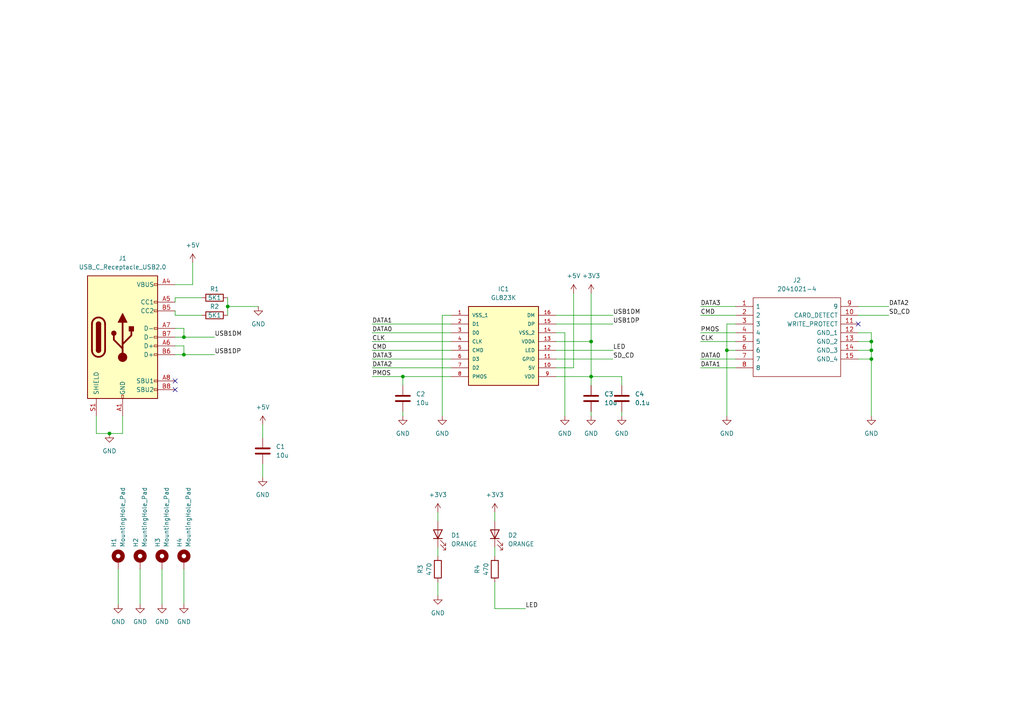
<source format=kicad_sch>
(kicad_sch (version 20211123) (generator eeschema)
  (paper "A4")
  (lib_symbols
    (symbol "Connector:USB_C_Receptacle_USB2.0" (pin_names (offset 1.016))
      (property "Reference" "J" (at -10.16 19.05 0))
      (property "Value" "USB_C_Receptacle_USB2.0" (at 19.05 19.05 0))
      (symbol "USB_C_Receptacle_USB2.0_0_0"
        (rectangle (start -0.254 -17.78) (end 0.254 -16.764))
        (rectangle (start 10.16 -14.986) (end 9.144 -15.494))
        (rectangle (start 10.16 -12.446) (end 9.144 -12.954))
        (rectangle (start 10.16 -4.826) (end 9.144 -5.334))
        (rectangle (start 10.16 -2.286) (end 9.144 -2.794))
        (rectangle (start 10.16 0.254) (end 9.144 -0.254))
        (rectangle (start 10.16 2.794) (end 9.144 2.286))
        (rectangle (start 10.16 7.874) (end 9.144 7.366))
        (rectangle (start 10.16 10.414) (end 9.144 9.906))
        (rectangle (start 10.16 15.494) (end 9.144 14.986))
      )
      (symbol "USB_C_Receptacle_USB2.0_0_1"
        (rectangle (start -10.16 17.78) (end 10.16 -17.78) (stroke (width 0.254)) (fill (type background)))
        (arc (start -8.89 -3.81) (mid -6.985 -5.715) (end -5.08 -3.81) (stroke (width 0.508)))
        (arc (start -7.62 -3.81) (mid -6.985 -4.445) (end -6.35 -3.81) (stroke (width 0.254)))
        (arc (start -7.62 -3.81) (mid -6.985 -4.445) (end -6.35 -3.81) (stroke (width 0.254)) (fill (type outline)))
        (rectangle (start -7.62 -3.81) (end -6.35 3.81) (stroke (width 0.254)) (fill (type outline)))
        (arc (start -6.35 3.81) (mid -6.985 4.445) (end -7.62 3.81) (stroke (width 0.254)))
        (arc (start -6.35 3.81) (mid -6.985 4.445) (end -7.62 3.81) (stroke (width 0.254)) (fill (type outline)))
        (arc (start -5.08 3.81) (mid -6.985 5.715) (end -8.89 3.81) (stroke (width 0.508)))
        (circle (center -2.54 1.143) (radius 0.635) (stroke (width 0.254)) (fill (type outline)))
        (circle (center 0 -5.842) (radius 1.27) (fill (type outline)))
        (polyline (pts (xy -8.89 -3.81) (xy -8.89 3.81)) (stroke (width 0.508)))
        (polyline (pts (xy -5.08 3.81) (xy -5.08 -3.81)) (stroke (width 0.508)))
        (polyline (pts (xy 0 -5.842) (xy 0 4.318)) (stroke (width 0.508)))
        (polyline (pts (xy 0 -3.302) (xy -2.54 -0.762) (xy -2.54 0.508)) (stroke (width 0.508)))
        (polyline (pts (xy 0 -2.032) (xy 2.54 0.508) (xy 2.54 1.778)) (stroke (width 0.508)))
        (polyline (pts (xy -1.27 4.318) (xy 0 6.858) (xy 1.27 4.318) (xy -1.27 4.318)) (stroke (width 0.254)) (fill (type outline)))
        (rectangle (start 1.905 1.778) (end 3.175 3.048) (stroke (width 0.254)) (fill (type outline)))
      )
      (symbol "USB_C_Receptacle_USB2.0_1_1"
        (pin passive line (at 0 -22.86 90) (length 5.08) (name "GND") (number "A1"))
        (pin passive line (at 0 -22.86 90) (length 5.08) hide (name "GND") (number "A12"))
        (pin passive line (at 15.24 15.24 180) (length 5.08) (name "VBUS") (number "A4"))
        (pin bidirectional line (at 15.24 10.16 180) (length 5.08) (name "CC1") (number "A5"))
        (pin bidirectional line (at 15.24 -2.54 180) (length 5.08) (name "D+") (number "A6"))
        (pin bidirectional line (at 15.24 2.54 180) (length 5.08) (name "D-") (number "A7"))
        (pin bidirectional line (at 15.24 -12.7 180) (length 5.08) (name "SBU1") (number "A8"))
        (pin passive line (at 15.24 15.24 180) (length 5.08) hide (name "VBUS") (number "A9"))
        (pin passive line (at 0 -22.86 90) (length 5.08) hide (name "GND") (number "B1"))
        (pin passive line (at 0 -22.86 90) (length 5.08) hide (name "GND") (number "B12"))
        (pin passive line (at 15.24 15.24 180) (length 5.08) hide (name "VBUS") (number "B4"))
        (pin bidirectional line (at 15.24 7.62 180) (length 5.08) (name "CC2") (number "B5"))
        (pin bidirectional line (at 15.24 -5.08 180) (length 5.08) (name "D+") (number "B6"))
        (pin bidirectional line (at 15.24 0 180) (length 5.08) (name "D-") (number "B7"))
        (pin bidirectional line (at 15.24 -15.24 180) (length 5.08) (name "SBU2") (number "B8"))
        (pin passive line (at 15.24 15.24 180) (length 5.08) hide (name "VBUS") (number "B9"))
        (pin passive line (at -7.62 -22.86 90) (length 5.08) (name "SHIELD") (number "S1"))
      )
    )
    (symbol "Device:C" (pin_numbers hide) (pin_names (offset 0.254))
      (property "Reference" "C" (at 0.635 2.54 0))
      (property "Value" "C" (at 0.635 -2.54 0))
      (symbol "C_0_1"
        (polyline (pts (xy -2.032 -0.762) (xy 2.032 -0.762)) (stroke (width 0.508)))
        (polyline (pts (xy -2.032 0.762) (xy 2.032 0.762)) (stroke (width 0.508)))
      )
      (symbol "C_1_1"
        (pin passive line (at 0 3.81 270) (length 2.794) (name "~") (number "1"))
        (pin passive line (at 0 -3.81 90) (length 2.794) (name "~") (number "2"))
      )
    )
    (symbol "Device:LED" (pin_numbers hide) (pin_names (offset 1.016) hide)
      (property "Reference" "D" (at 0 2.54 0))
      (property "Value" "LED" (at 0 -2.54 0))
      (symbol "LED_0_1"
        (polyline (pts (xy -1.27 -1.27) (xy -1.27 1.27)) (stroke (width 0.254)))
        (polyline (pts (xy -1.27 0) (xy 1.27 0)))
        (polyline (pts (xy 1.27 -1.27) (xy 1.27 1.27) (xy -1.27 0) (xy 1.27 -1.27)) (stroke (width 0.254)))
        (polyline (pts (xy -3.048 -0.762) (xy -4.572 -2.286) (xy -3.81 -2.286) (xy -4.572 -2.286) (xy -4.572 -1.524)))
        (polyline (pts (xy -1.778 -0.762) (xy -3.302 -2.286) (xy -2.54 -2.286) (xy -3.302 -2.286) (xy -3.302 -1.524)))
      )
      (symbol "LED_1_1"
        (pin passive line (at -3.81 0 0) (length 2.54) (name "K") (number "1"))
        (pin passive line (at 3.81 0 180) (length 2.54) (name "A") (number "2"))
      )
    )
    (symbol "Device:R" (pin_numbers hide) (pin_names (offset 0))
      (property "Reference" "R" (at 2.032 0 90))
      (property "Value" "R" (at 0 0 90))
      (symbol "R_0_1"
        (rectangle (start -1.016 -2.54) (end 1.016 2.54) (stroke (width 0.254)))
      )
      (symbol "R_1_1"
        (pin passive line (at 0 3.81 270) (length 1.27) (name "~") (number "1"))
        (pin passive line (at 0 -3.81 90) (length 1.27) (name "~") (number "2"))
      )
    )
    (symbol "GL823K:GL823K" (pin_names (offset 1.016))
      (property "Reference" "IC" (at 26.67 7.62 0))
      (property "Value" "GL823K" (at 26.67 5.08 0))
      (symbol "GL823K_0_0"
        (rectangle (start 5.08 -20.32) (end 25.4 2.54) (stroke (width 0.254)) (fill (type background)))
        (pin bidirectional line (at 0 0 0) (length 5.08) (name "VSS_1") (number "1"))
        (pin bidirectional line (at 30.48 -15.24 180) (length 5.08) (name "5V") (number "10"))
        (pin bidirectional line (at 30.48 -12.7 180) (length 5.08) (name "GPIO") (number "11"))
        (pin bidirectional line (at 30.48 -10.16 180) (length 5.08) (name "LED") (number "12"))
        (pin bidirectional line (at 30.48 -7.62 180) (length 5.08) (name "VDDA") (number "13"))
        (pin bidirectional line (at 30.48 -5.08 180) (length 5.08) (name "VSS_2") (number "14"))
        (pin bidirectional line (at 30.48 -2.54 180) (length 5.08) (name "DP") (number "15"))
        (pin bidirectional line (at 30.48 0 180) (length 5.08) (name "DM") (number "16"))
        (pin bidirectional line (at 0 -2.54 0) (length 5.08) (name "D1") (number "2"))
        (pin bidirectional line (at 0 -5.08 0) (length 5.08) (name "D0") (number "3"))
        (pin bidirectional line (at 0 -7.62 0) (length 5.08) (name "CLK") (number "4"))
        (pin bidirectional line (at 0 -10.16 0) (length 5.08) (name "CMD") (number "5"))
        (pin bidirectional line (at 0 -12.7 0) (length 5.08) (name "D3") (number "6"))
        (pin bidirectional line (at 0 -15.24 0) (length 5.08) (name "D2") (number "7"))
        (pin bidirectional line (at 0 -17.78 0) (length 5.08) (name "PMOS") (number "8"))
        (pin bidirectional line (at 30.48 -17.78 180) (length 5.08) (name "VDD") (number "9"))
      )
    )
    (symbol "GND_2" (power) (pin_names (offset 0))
      (property "Value" "GND_2" (at 0 -3.81 0))
      (symbol "GND_2_0_1"
        (polyline (pts (xy 0 0) (xy 0 -1.27) (xy 1.27 -1.27) (xy 0 -2.54) (xy -1.27 -1.27) (xy 0 -1.27)))
      )
      (symbol "GND_2_1_1"
        (pin power_in line (at 0 0 270) (length 0) hide (name "GND") (number "1"))
      )
    )
    (symbol "GND_5" (power) (pin_names (offset 0))
      (property "Value" "GND_5" (at 0 -3.81 0))
      (symbol "GND_5_0_1"
        (polyline (pts (xy 0 0) (xy 0 -1.27) (xy 1.27 -1.27) (xy 0 -2.54) (xy -1.27 -1.27) (xy 0 -1.27)))
      )
      (symbol "GND_5_1_1"
        (pin power_in line (at 0 0 270) (length 0) hide (name "GND") (number "1"))
      )
    )
    (symbol "GND_6" (power) (pin_names (offset 0))
      (property "Value" "GND_6" (at 0 -3.81 0))
      (symbol "GND_6_0_1"
        (polyline (pts (xy 0 0) (xy 0 -1.27) (xy 1.27 -1.27) (xy 0 -2.54) (xy -1.27 -1.27) (xy 0 -1.27)))
      )
      (symbol "GND_6_1_1"
        (pin power_in line (at 0 0 270) (length 0) hide (name "GND") (number "1"))
      )
    )
    (symbol "GND_7" (power) (pin_names (offset 0))
      (property "Value" "GND_7" (at 0 -3.81 0))
      (symbol "GND_7_0_1"
        (polyline (pts (xy 0 0) (xy 0 -1.27) (xy 1.27 -1.27) (xy 0 -2.54) (xy -1.27 -1.27) (xy 0 -1.27)))
      )
      (symbol "GND_7_1_1"
        (pin power_in line (at 0 0 270) (length 0) hide (name "GND") (number "1"))
      )
    )
    (symbol "GND_8" (power) (pin_names (offset 0))
      (property "Value" "GND_8" (at 0 -3.81 0))
      (symbol "GND_8_0_1"
        (polyline (pts (xy 0 0) (xy 0 -1.27) (xy 1.27 -1.27) (xy 0 -2.54) (xy -1.27 -1.27) (xy 0 -1.27)))
      )
      (symbol "GND_8_1_1"
        (pin power_in line (at 0 0 270) (length 0) hide (name "GND") (number "1"))
      )
    )
    (symbol "Mechanical:MountingHole_Pad" (pin_numbers hide) (pin_names (offset 1.016) hide)
      (property "Reference" "H" (at 0 6.35 0))
      (property "Value" "MountingHole_Pad" (at 0 4.445 0))
      (symbol "MountingHole_Pad_0_1"
        (circle (center 0 1.27) (radius 1.27) (stroke (width 1.27)))
      )
      (symbol "MountingHole_Pad_1_1"
        (pin input line (at 0 -2.54 90) (length 2.54) (name "1") (number "1"))
      )
    )
    (symbol "SamacSys_Parts:2041021-4" (pin_names (offset 0.762))
      (property "Reference" "J" (at 31.75 7.62 0))
      (property "Value" "2041021-4" (at 31.75 5.08 0))
      (symbol "2041021-4_0_0"
        (pin passive line (at 0 0 0) (length 5.08) (name "1") (number "1"))
        (pin passive line (at 35.56 -2.54 180) (length 5.08) (name "CARD_DETECT") (number "10"))
        (pin passive line (at 35.56 -5.08 180) (length 5.08) (name "WRITE_PROTECT") (number "11"))
        (pin passive line (at 35.56 -7.62 180) (length 5.08) (name "GND_1") (number "12"))
        (pin passive line (at 35.56 -10.16 180) (length 5.08) (name "GND_2") (number "13"))
        (pin passive line (at 35.56 -12.7 180) (length 5.08) (name "GND_3") (number "14"))
        (pin passive line (at 35.56 -15.24 180) (length 5.08) (name "GND_4") (number "15"))
        (pin passive line (at 0 -2.54 0) (length 5.08) (name "2") (number "2"))
        (pin passive line (at 0 -5.08 0) (length 5.08) (name "3") (number "3"))
        (pin passive line (at 0 -7.62 0) (length 5.08) (name "4") (number "4"))
        (pin passive line (at 0 -10.16 0) (length 5.08) (name "5") (number "5"))
        (pin passive line (at 0 -12.7 0) (length 5.08) (name "6") (number "6"))
        (pin passive line (at 0 -15.24 0) (length 5.08) (name "7") (number "7"))
        (pin passive line (at 0 -17.78 0) (length 5.08) (name "8") (number "8"))
        (pin passive line (at 35.56 0 180) (length 5.08) (name "9") (number "9"))
      )
      (symbol "2041021-4_0_1"
        (polyline (pts (xy 5.08 2.54) (xy 30.48 2.54) (xy 30.48 -20.32) (xy 5.08 -20.32) (xy 5.08 2.54)) (stroke (width 0.1524)))
      )
    )
    (symbol "power:+3V3" (power) (pin_names (offset 0))
      (property "Value" "+3V3" (at 0 3.556 0))
      (symbol "+3V3_0_1"
        (polyline (pts (xy -0.762 1.27) (xy 0 2.54)))
        (polyline (pts (xy 0 0) (xy 0 2.54)))
        (polyline (pts (xy 0 2.54) (xy 0.762 1.27)))
      )
      (symbol "+3V3_1_1"
        (pin power_in line (at 0 0 90) (length 0) hide (name "+3V3") (number "1"))
      )
    )
    (symbol "power:+5V" (power) (pin_names (offset 0))
      (property "Value" "+5V" (at 0 3.556 0))
      (symbol "+5V_0_1"
        (polyline (pts (xy -0.762 1.27) (xy 0 2.54)))
        (polyline (pts (xy 0 0) (xy 0 2.54)))
        (polyline (pts (xy 0 2.54) (xy 0.762 1.27)))
      )
      (symbol "+5V_1_1"
        (pin power_in line (at 0 0 90) (length 0) hide (name "+5V") (number "1"))
      )
    )
    (symbol "power:GND" (power) (pin_names (offset 0))
      (property "Value" "GND" (at 0 -3.81 0))
      (symbol "GND_0_1"
        (polyline (pts (xy 0 0) (xy 0 -1.27) (xy 1.27 -1.27) (xy 0 -2.54) (xy -1.27 -1.27) (xy 0 -1.27)))
      )
      (symbol "GND_1_1"
        (pin power_in line (at 0 0 270) (length 0) hide (name "GND") (number "1"))
      )
    )
  )
  (junction (at 210.82 101.6))
  (junction (at 252.73 101.6))
  (junction (at 171.45 109.22))
  (junction (at 31.75 125.73))
  (junction (at 53.34 102.87))
  (junction (at 116.84 109.22))
  (junction (at 171.45 99.06))
  (junction (at 252.73 99.06))
  (junction (at 252.73 104.14))
  (junction (at 66.04 88.9))
  (junction (at 53.34 97.79))
  (no_connect (at 50.8 110.49))
  (no_connect (at 50.8 113.03))
  (no_connect (at 248.92 93.98))
  (wire (pts (xy 161.29 93.98) (xy 177.8 93.98)))
  (wire (pts (xy 203.2 96.52) (xy 213.36 96.52)))
  (wire (pts (xy 161.29 101.6) (xy 177.8 101.6)))
  (wire (pts (xy 171.45 85.09) (xy 171.45 99.06)))
  (wire (pts (xy 248.92 104.14) (xy 252.73 104.14)))
  (wire (pts (xy 210.82 101.6) (xy 210.82 120.65)))
  (wire (pts (xy 107.95 96.52) (xy 130.81 96.52)))
  (wire (pts (xy 35.56 120.65) (xy 35.56 125.73)))
  (wire (pts (xy 161.29 109.22) (xy 171.45 109.22)))
  (wire (pts (xy 107.95 93.98) (xy 130.81 93.98)))
  (wire (pts (xy 53.34 97.79) (xy 62.23 97.79)))
  (wire (pts (xy 55.88 76.2) (xy 55.88 82.55)))
  (wire (pts (xy 252.73 99.06) (xy 252.73 101.6)))
  (wire (pts (xy 53.34 175.26) (xy 53.34 165.1)))
  (wire (pts (xy 50.8 102.87) (xy 53.34 102.87)))
  (wire (pts (xy 180.34 109.22) (xy 180.34 111.76)))
  (wire (pts (xy 127 148.59) (xy 127 151.13)))
  (wire (pts (xy 248.92 88.9) (xy 257.81 88.9)))
  (wire (pts (xy 116.84 111.76) (xy 116.84 109.22)))
  (wire (pts (xy 50.8 97.79) (xy 53.34 97.79)))
  (wire (pts (xy 50.8 86.36) (xy 58.42 86.36)))
  (wire (pts (xy 27.94 125.73) (xy 31.75 125.73)))
  (wire (pts (xy 171.45 99.06) (xy 171.45 109.22)))
  (wire (pts (xy 143.51 168.91) (xy 143.51 176.53)))
  (wire (pts (xy 107.95 106.68) (xy 130.81 106.68)))
  (wire (pts (xy 143.51 148.59) (xy 143.51 151.13)))
  (wire (pts (xy 34.29 175.26) (xy 34.29 165.1)))
  (wire (pts (xy 143.51 176.53) (xy 152.4 176.53)))
  (wire (pts (xy 50.8 82.55) (xy 55.88 82.55)))
  (wire (pts (xy 161.29 96.52) (xy 163.83 96.52)))
  (wire (pts (xy 213.36 93.98) (xy 210.82 93.98)))
  (wire (pts (xy 53.34 102.87) (xy 62.23 102.87)))
  (wire (pts (xy 248.92 101.6) (xy 252.73 101.6)))
  (wire (pts (xy 107.95 109.22) (xy 116.84 109.22)))
  (wire (pts (xy 116.84 109.22) (xy 130.81 109.22)))
  (wire (pts (xy 50.8 100.33) (xy 53.34 100.33)))
  (wire (pts (xy 76.2 138.43) (xy 76.2 134.62)))
  (wire (pts (xy 143.51 158.75) (xy 143.51 161.29)))
  (wire (pts (xy 107.95 101.6) (xy 130.81 101.6)))
  (wire (pts (xy 163.83 96.52) (xy 163.83 120.65)))
  (wire (pts (xy 127 158.75) (xy 127 161.29)))
  (wire (pts (xy 171.45 109.22) (xy 180.34 109.22)))
  (wire (pts (xy 50.8 87.63) (xy 50.8 86.36)))
  (wire (pts (xy 171.45 119.38) (xy 171.45 120.65)))
  (wire (pts (xy 161.29 106.68) (xy 166.37 106.68)))
  (wire (pts (xy 40.64 175.26) (xy 40.64 165.1)))
  (wire (pts (xy 252.73 101.6) (xy 252.73 104.14)))
  (wire (pts (xy 76.2 123.19) (xy 76.2 127)))
  (wire (pts (xy 46.99 175.26) (xy 46.99 165.1)))
  (wire (pts (xy 107.95 99.06) (xy 130.81 99.06)))
  (wire (pts (xy 130.81 91.44) (xy 128.27 91.44)))
  (wire (pts (xy 116.84 120.65) (xy 116.84 119.38)))
  (wire (pts (xy 128.27 91.44) (xy 128.27 120.65)))
  (wire (pts (xy 171.45 111.76) (xy 171.45 109.22)))
  (wire (pts (xy 203.2 91.44) (xy 213.36 91.44)))
  (wire (pts (xy 66.04 88.9) (xy 74.93 88.9)))
  (wire (pts (xy 166.37 85.09) (xy 166.37 106.68)))
  (wire (pts (xy 203.2 106.68) (xy 213.36 106.68)))
  (wire (pts (xy 107.95 104.14) (xy 130.81 104.14)))
  (wire (pts (xy 252.73 104.14) (xy 252.73 120.65)))
  (wire (pts (xy 27.94 120.65) (xy 27.94 125.73)))
  (wire (pts (xy 210.82 101.6) (xy 213.36 101.6)))
  (wire (pts (xy 203.2 99.06) (xy 213.36 99.06)))
  (wire (pts (xy 35.56 125.73) (xy 31.75 125.73)))
  (wire (pts (xy 248.92 91.44) (xy 257.81 91.44)))
  (wire (pts (xy 248.92 96.52) (xy 252.73 96.52)))
  (wire (pts (xy 161.29 99.06) (xy 171.45 99.06)))
  (wire (pts (xy 203.2 104.14) (xy 213.36 104.14)))
  (wire (pts (xy 53.34 100.33) (xy 53.34 102.87)))
  (wire (pts (xy 127 168.91) (xy 127 172.72)))
  (wire (pts (xy 50.8 91.44) (xy 58.42 91.44)))
  (wire (pts (xy 161.29 91.44) (xy 177.8 91.44)))
  (wire (pts (xy 66.04 88.9) (xy 66.04 91.44)))
  (wire (pts (xy 180.34 119.38) (xy 180.34 120.65)))
  (wire (pts (xy 210.82 93.98) (xy 210.82 101.6)))
  (wire (pts (xy 50.8 95.25) (xy 53.34 95.25)))
  (wire (pts (xy 161.29 104.14) (xy 177.8 104.14)))
  (wire (pts (xy 53.34 95.25) (xy 53.34 97.79)))
  (wire (pts (xy 50.8 90.17) (xy 50.8 91.44)))
  (wire (pts (xy 252.73 96.52) (xy 252.73 99.06)))
  (wire (pts (xy 66.04 86.36) (xy 66.04 88.9)))
  (wire (pts (xy 203.2 88.9) (xy 213.36 88.9)))
  (wire (pts (xy 248.92 99.06) (xy 252.73 99.06)))
  (label "PMOS" (at 107.95 109.22 0))
  (label "LED" (at 177.8 101.6 0))
  (label "SD_CD" (at 177.8 104.14 0))
  (label "DATA0" (at 107.95 96.52 0))
  (label "DATA2" (at 257.81 88.9 0))
  (label "DATA3" (at 107.95 104.14 0))
  (label "CLK" (at 203.2 99.06 0))
  (label "USB1DM" (at 62.23 97.79 0))
  (label "CLK" (at 107.95 99.06 0))
  (label "PMOS" (at 203.2 96.52 0))
  (label "DATA0" (at 203.2 104.14 0))
  (label "DATA1" (at 203.2 106.68 0))
  (label "CMD" (at 107.95 101.6 0))
  (label "SD_CD" (at 257.81 91.44 0))
  (label "CMD" (at 203.2 91.44 0))
  (label "LED" (at 152.4 176.53 0))
  (label "DATA3" (at 203.2 88.9 0))
  (label "USB1DP" (at 62.23 102.87 0))
  (label "USB1DM" (at 177.8 91.44 0))
  (label "USB1DP" (at 177.8 93.98 0))
  (label "DATA1" (at 107.95 93.98 0))
  (label "DATA2" (at 107.95 106.68 0))
  (symbol (lib_id "power:+3V3") (at 171.45 85.09 0) (unit 1)
    (property "Reference" "#PWR0110" (effects hide))
    (property "Value" "+3V3" (at 171.45 80.01 0))
  )
  (symbol (lib_name "GND_7") (lib_id "power:GND") (at 128.27 120.65 0) (unit 1)
    (property "Reference" "#PWR0113" (effects hide))
    (property "Value" "GND" (at 128.27 125.73 0))
  )
  (symbol (lib_id "power:+5V") (at 76.2 123.19 0) (unit 1)
    (property "Reference" "#PWR0104" (effects hide))
    (property "Value" "+5V" (at 76.2 118.11 0))
  )
  (symbol (lib_id "power:GND") (at 171.45 120.65 0) (unit 1)
    (property "Reference" "#PWR0107" (effects hide))
    (property "Value" "GND" (at 171.45 125.73 0))
  )
  (symbol (lib_id "power:GND") (at 46.99 175.26 0) (unit 1)
    (property "Reference" "#PWR0119" (effects hide))
    (property "Value" "GND" (at 46.99 180.34 0))
  )
  (symbol (lib_id "GL823K:GL823K") (at 130.81 91.44 0) (unit 1)
    (property "Reference" "IC1" (at 146.05 83.82 0))
    (property "Value" "GL823K" (at 146.05 86.36 0))
    (property "Footprint" "Package_SO:SSOP-16_3.9x4.9mm_P0.635mm" (effects hide))
    (property "MANUFACTURER_NAME" "Genesys" (effects hide))
    (property "MF" "Genesys" (effects hide))
    (property "DESCRIPTION" "USB 2.0 SD/MSPRO Card Reader Controller" (effects hide))
    (property "Price" "None" (effects hide))
    (property "Package" "None" (effects hide))
    (property "Check_prices" "https://www.snapeda.com/parts/GL823K/Thermo+Scientific+Genesys/view-part/?ref=eda" (effects hide))
    (property "HEIGHT" "1.75mm" (effects hide))
    (property "SnapEDA_Link" "https://www.snapeda.com/parts/GL823K/Thermo+Scientific+Genesys/view-part/?ref=snap" (effects hide))
    (property "MP" "GL823K" (effects hide))
    (property "ARROW_PART_NUMBER" "GL823K" (effects hide))
    (property "Description" "\n" (effects hide))
    (property "Availability" "In Stock" (effects hide))
    (property "MANUFACTURER_PART_NUMBER" "GL823K" (effects hide))
  )
  (symbol (lib_id "Device:R") (at 62.23 86.36 90) (unit 1)
    (property "Reference" "R1" (at 62.23 83.82 90))
    (property "Value" "5K1" (at 62.23 86.36 90))
    (property "Footprint" "Resistor_SMD:R_0805_2012Metric" (effects hide))
  )
  (symbol (lib_id "Mechanical:MountingHole_Pad") (at 46.99 162.56 0) (unit 1)
    (property "Reference" "H3" (at 45.7199 158.75 90) (effects (justify left)))
    (property "Value" "MountingHole_Pad" (at 48.2599 158.75 90) (effects (justify left)))
    (property "Footprint" "MountingHole:MountingHole_3.2mm_M3_Pad" (effects hide))
  )
  (symbol (lib_id "SamacSys_Parts:2041021-4") (at 213.36 88.9 0) (unit 1)
    (property "Reference" "J2" (at 231.14 81.28 0))
    (property "Value" "2041021-4" (at 231.14 83.82 0))
    (property "Footprint" "20410214" (effects hide))
    (property "Datasheet" "http://www.te.com/catalog/pn/en/2041021-4?RQPN=2041021-4" (effects hide))
    (property "Description" "TE Connectivity 9 Way Push/Pull SD Card Memory Card Connector with Solder Termination" (effects hide))
    (property "Height" "3.3" (effects hide))
    (property "Mouser Part Number" "571-2041021-4" (effects hide))
    (property "Mouser Price/Stock" "https://www.mouser.co.uk/ProductDetail/TE-Connectivity/2041021-4?qs=TL6PIybY3BNBwMuwjqQ%252Bqw%3D%3D" (effects hide))
    (property "Manufacturer_Name" "TE Connectivity" (effects hide))
    (property "Manufacturer_Part_Number" "2041021-4" (effects hide))
  )
  (symbol (lib_id "Device:LED") (at 143.51 154.94 90) (unit 1)
    (property "Reference" "D2" (at 147.32 155.2574 90) (effects (justify right)))
    (property "Value" "ORANGE" (at 147.32 157.7974 90) (effects (justify right)))
    (property "Footprint" "LED_SMD:LED_0805_2012Metric" (effects hide))
  )
  (symbol (lib_id "Device:R") (at 143.51 165.1 180) (unit 1)
    (property "Reference" "R4" (at 138.43 165.1 90))
    (property "Value" "470" (at 140.97 165.1 90))
    (property "Footprint" "Resistor_SMD:R_0805_2012Metric" (effects hide))
  )
  (symbol (lib_id "power:GND") (at 252.73 120.65 0) (unit 1)
    (property "Reference" "#PWR0112" (effects hide))
    (property "Value" "GND" (at 252.73 125.73 0))
  )
  (symbol (lib_id "power:GND") (at 53.34 175.26 0) (unit 1)
    (property "Reference" "#PWR0118" (effects hide))
    (property "Value" "GND" (at 53.34 180.34 0))
  )
  (symbol (lib_id "power:GND") (at 163.83 120.65 0) (unit 1)
    (property "Reference" "#PWR0106" (effects hide))
    (property "Value" "GND" (at 163.83 125.73 0))
  )
  (symbol (lib_id "Device:R") (at 127 165.1 180) (unit 1)
    (property "Reference" "R3" (at 121.92 165.1 90))
    (property "Value" "470" (at 124.46 165.1 90))
    (property "Footprint" "Resistor_SMD:R_0805_2012Metric" (effects hide))
  )
  (symbol (lib_id "Mechanical:MountingHole_Pad") (at 34.29 162.56 0) (unit 1)
    (property "Reference" "H1" (at 33.0199 158.75 90) (effects (justify left)))
    (property "Value" "MountingHole_Pad" (at 35.5599 158.75 90) (effects (justify left)))
    (property "Footprint" "MountingHole:MountingHole_3.2mm_M3_Pad" (effects hide))
  )
  (symbol (lib_name "GND_8") (lib_id "power:GND") (at 116.84 120.65 0) (unit 1)
    (property "Reference" "#PWR0114" (effects hide))
    (property "Value" "GND" (at 116.84 125.73 0))
  )
  (symbol (lib_id "Device:LED") (at 127 154.94 90) (unit 1)
    (property "Reference" "D1" (at 130.81 155.2574 90) (effects (justify right)))
    (property "Value" "ORANGE" (at 130.81 157.7974 90) (effects (justify right)))
    (property "Footprint" "LED_SMD:LED_0805_2012Metric" (effects hide))
  )
  (symbol (lib_id "power:GND") (at 210.82 120.65 0) (unit 1)
    (property "Reference" "#PWR0111" (effects hide))
    (property "Value" "GND" (at 210.82 125.73 0))
  )
  (symbol (lib_id "Device:C") (at 116.84 115.57 0) (unit 1)
    (property "Reference" "C2" (at 120.65 114.2999 0) (effects (justify left)))
    (property "Value" "10u" (at 120.65 116.8399 0) (effects (justify left)))
    (property "Footprint" "Capacitor_SMD:C_1206_3216Metric" (effects hide))
  )
  (symbol (lib_name "GND_6") (lib_id "power:GND") (at 74.93 88.9 0) (unit 1)
    (property "Reference" "#PWR0105" (effects hide))
    (property "Value" "GND" (at 74.93 93.98 0))
  )
  (symbol (lib_id "power:+5V") (at 55.88 76.2 0) (unit 1)
    (property "Reference" "#PWR0101" (effects hide))
    (property "Value" "+5V" (at 55.88 71.12 0))
  )
  (symbol (lib_id "Connector:USB_C_Receptacle_USB2.0") (at 35.56 97.79 0) (unit 1)
    (property "Reference" "J1" (at 35.56 74.93 0))
    (property "Value" "USB_C_Receptacle_USB2.0" (at 35.56 77.47 0))
    (property "Footprint" "Connector_USB:USB_C_Receptacle_HRO_TYPE-C-31-M-12" (effects hide))
    (property "Datasheet" "https://www.usb.org/sites/default/files/documents/usb_type-c.zip" (effects hide))
  )
  (symbol (lib_id "power:+3V3") (at 143.51 148.59 0) (unit 1)
    (property "Reference" "#PWR0116" (effects hide))
    (property "Value" "+3V3" (at 143.51 143.51 0))
  )
  (symbol (lib_id "power:+5V") (at 166.37 85.09 0) (unit 1)
    (property "Reference" "#PWR0109" (effects hide))
    (property "Value" "+5V" (at 166.37 80.01 0))
  )
  (symbol (lib_id "power:GND") (at 34.29 175.26 0) (unit 1)
    (property "Reference" "#PWR0120" (effects hide))
    (property "Value" "GND" (at 34.29 180.34 0))
  )
  (symbol (lib_id "power:GND") (at 40.64 175.26 0) (unit 1)
    (property "Reference" "#PWR0121" (effects hide))
    (property "Value" "GND" (at 40.64 180.34 0))
  )
  (symbol (lib_id "Device:C") (at 76.2 130.81 0) (unit 1)
    (property "Reference" "C1" (at 80.01 129.5399 0) (effects (justify left)))
    (property "Value" "10u" (at 80.01 132.0799 0) (effects (justify left)))
    (property "Footprint" "Capacitor_SMD:C_1206_3216Metric" (effects hide))
  )
  (symbol (lib_id "power:GND") (at 127 172.72 0) (unit 1)
    (property "Reference" "#PWR0117" (effects hide))
    (property "Value" "GND" (at 127 177.8 0))
  )
  (symbol (lib_id "Device:R") (at 62.23 91.44 90) (unit 1)
    (property "Reference" "R2" (at 62.23 88.9 90))
    (property "Value" "5K1" (at 62.23 91.44 90))
    (property "Footprint" "Resistor_SMD:R_0805_2012Metric" (effects hide))
  )
  (symbol (lib_id "Device:C") (at 171.45 115.57 0) (unit 1)
    (property "Reference" "C3" (at 175.26 114.2999 0) (effects (justify left)))
    (property "Value" "10u" (at 175.26 116.8399 0) (effects (justify left)))
    (property "Footprint" "Capacitor_SMD:C_1206_3216Metric" (effects hide))
  )
  (symbol (lib_name "GND_5") (lib_id "power:GND") (at 31.75 125.73 0) (unit 1)
    (property "Reference" "#PWR0102" (effects hide))
    (property "Value" "GND" (at 31.75 130.81 0))
  )
  (symbol (lib_id "Mechanical:MountingHole_Pad") (at 40.64 162.56 0) (unit 1)
    (property "Reference" "H2" (at 39.3699 158.75 90) (effects (justify left)))
    (property "Value" "MountingHole_Pad" (at 41.9099 158.75 90) (effects (justify left)))
    (property "Footprint" "MountingHole:MountingHole_3.2mm_M3_Pad" (effects hide))
  )
  (symbol (lib_id "Mechanical:MountingHole_Pad") (at 53.34 162.56 0) (unit 1)
    (property "Reference" "H4" (at 52.0699 158.75 90) (effects (justify left)))
    (property "Value" "MountingHole_Pad" (at 54.6099 158.75 90) (effects (justify left)))
    (property "Footprint" "MountingHole:MountingHole_3.2mm_M3_Pad" (effects hide))
  )
  (symbol (lib_id "power:+3V3") (at 127 148.59 0) (unit 1)
    (property "Reference" "#PWR0115" (effects hide))
    (property "Value" "+3V3" (at 127 143.51 0))
  )
  (symbol (lib_name "GND_2") (lib_id "power:GND") (at 76.2 138.43 0) (unit 1)
    (property "Reference" "#PWR0103" (effects hide))
    (property "Value" "GND" (at 76.2 143.51 0))
  )
  (symbol (lib_id "Device:C") (at 180.34 115.57 0) (unit 1)
    (property "Reference" "C4" (at 184.15 114.2999 0) (effects (justify left)))
    (property "Value" "0.1u" (at 184.15 116.8399 0) (effects (justify left)))
    (property "Footprint" "Capacitor_SMD:C_0805_2012Metric" (effects hide))
  )
  (symbol (lib_id "power:GND") (at 180.34 120.65 0) (unit 1)
    (property "Reference" "#PWR0108" (effects hide))
    (property "Value" "GND" (at 180.34 125.73 0))
  )
)
</source>
